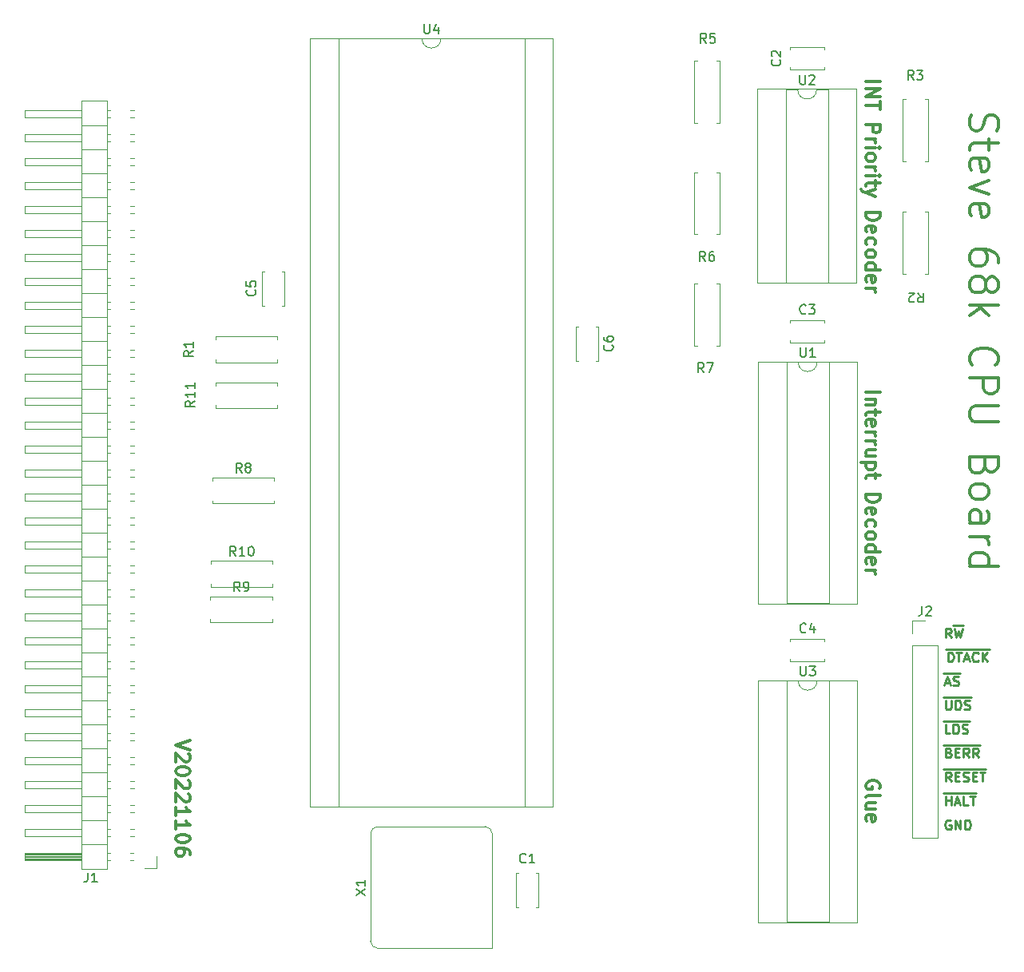
<source format=gto>
G04 #@! TF.GenerationSoftware,KiCad,Pcbnew,(6.0.2)*
G04 #@! TF.CreationDate,2022-11-06T15:06:24-08:00*
G04 #@! TF.ProjectId,CPU Board,43505520-426f-4617-9264-2e6b69636164,1.0*
G04 #@! TF.SameCoordinates,Original*
G04 #@! TF.FileFunction,Legend,Top*
G04 #@! TF.FilePolarity,Positive*
%FSLAX46Y46*%
G04 Gerber Fmt 4.6, Leading zero omitted, Abs format (unit mm)*
G04 Created by KiCad (PCBNEW (6.0.2)) date 2022-11-06 15:06:24*
%MOMM*%
%LPD*%
G01*
G04 APERTURE LIST*
%ADD10C,0.250000*%
%ADD11C,0.300000*%
%ADD12C,0.150000*%
%ADD13C,0.120000*%
%ADD14O,1.700000X1.700000*%
%ADD15R,1.700000X1.700000*%
%ADD16C,3.200000*%
%ADD17C,1.600000*%
%ADD18O,1.600000X1.600000*%
%ADD19R,2.400000X1.600000*%
%ADD20O,2.400000X1.600000*%
%ADD21R,1.600000X1.600000*%
G04 APERTURE END LIST*
D10*
X188630404Y-132088000D02*
X188535166Y-132040380D01*
X188392309Y-132040380D01*
X188249452Y-132088000D01*
X188154214Y-132183238D01*
X188106595Y-132278476D01*
X188058976Y-132468952D01*
X188058976Y-132611809D01*
X188106595Y-132802285D01*
X188154214Y-132897523D01*
X188249452Y-132992761D01*
X188392309Y-133040380D01*
X188487547Y-133040380D01*
X188630404Y-132992761D01*
X188678023Y-132945142D01*
X188678023Y-132611809D01*
X188487547Y-132611809D01*
X189106595Y-133040380D02*
X189106595Y-132040380D01*
X189678023Y-133040380D01*
X189678023Y-132040380D01*
X190154214Y-133040380D02*
X190154214Y-132040380D01*
X190392309Y-132040380D01*
X190535166Y-132088000D01*
X190630404Y-132183238D01*
X190678023Y-132278476D01*
X190725642Y-132468952D01*
X190725642Y-132611809D01*
X190678023Y-132802285D01*
X190630404Y-132897523D01*
X190535166Y-132992761D01*
X190392309Y-133040380D01*
X190154214Y-133040380D01*
X187868500Y-129218000D02*
X188916119Y-129218000D01*
X188106595Y-130500380D02*
X188106595Y-129500380D01*
X188106595Y-129976571D02*
X188678023Y-129976571D01*
X188678023Y-130500380D02*
X188678023Y-129500380D01*
X188916119Y-129218000D02*
X189773261Y-129218000D01*
X189106595Y-130214666D02*
X189582785Y-130214666D01*
X189011357Y-130500380D02*
X189344690Y-129500380D01*
X189678023Y-130500380D01*
X189773261Y-129218000D02*
X190582785Y-129218000D01*
X190487547Y-130500380D02*
X190011357Y-130500380D01*
X190011357Y-129500380D01*
X190582785Y-129218000D02*
X191344690Y-129218000D01*
X190678023Y-129500380D02*
X191249452Y-129500380D01*
X190963738Y-130500380D02*
X190963738Y-129500380D01*
X187868500Y-126678000D02*
X188868500Y-126678000D01*
X188678023Y-127960380D02*
X188344690Y-127484190D01*
X188106595Y-127960380D02*
X188106595Y-126960380D01*
X188487547Y-126960380D01*
X188582785Y-127008000D01*
X188630404Y-127055619D01*
X188678023Y-127150857D01*
X188678023Y-127293714D01*
X188630404Y-127388952D01*
X188582785Y-127436571D01*
X188487547Y-127484190D01*
X188106595Y-127484190D01*
X188868500Y-126678000D02*
X189773261Y-126678000D01*
X189106595Y-127436571D02*
X189439928Y-127436571D01*
X189582785Y-127960380D02*
X189106595Y-127960380D01*
X189106595Y-126960380D01*
X189582785Y-126960380D01*
X189773261Y-126678000D02*
X190725642Y-126678000D01*
X189963738Y-127912761D02*
X190106595Y-127960380D01*
X190344690Y-127960380D01*
X190439928Y-127912761D01*
X190487547Y-127865142D01*
X190535166Y-127769904D01*
X190535166Y-127674666D01*
X190487547Y-127579428D01*
X190439928Y-127531809D01*
X190344690Y-127484190D01*
X190154214Y-127436571D01*
X190058976Y-127388952D01*
X190011357Y-127341333D01*
X189963738Y-127246095D01*
X189963738Y-127150857D01*
X190011357Y-127055619D01*
X190058976Y-127008000D01*
X190154214Y-126960380D01*
X190392309Y-126960380D01*
X190535166Y-127008000D01*
X190725642Y-126678000D02*
X191630404Y-126678000D01*
X190963738Y-127436571D02*
X191297071Y-127436571D01*
X191439928Y-127960380D02*
X190963738Y-127960380D01*
X190963738Y-126960380D01*
X191439928Y-126960380D01*
X191630404Y-126678000D02*
X192392309Y-126678000D01*
X191725642Y-126960380D02*
X192297071Y-126960380D01*
X192011357Y-127960380D02*
X192011357Y-126960380D01*
X187868500Y-124138000D02*
X188868500Y-124138000D01*
X188439928Y-124896571D02*
X188582785Y-124944190D01*
X188630404Y-124991809D01*
X188678023Y-125087047D01*
X188678023Y-125229904D01*
X188630404Y-125325142D01*
X188582785Y-125372761D01*
X188487547Y-125420380D01*
X188106595Y-125420380D01*
X188106595Y-124420380D01*
X188439928Y-124420380D01*
X188535166Y-124468000D01*
X188582785Y-124515619D01*
X188630404Y-124610857D01*
X188630404Y-124706095D01*
X188582785Y-124801333D01*
X188535166Y-124848952D01*
X188439928Y-124896571D01*
X188106595Y-124896571D01*
X188868500Y-124138000D02*
X189773261Y-124138000D01*
X189106595Y-124896571D02*
X189439928Y-124896571D01*
X189582785Y-125420380D02*
X189106595Y-125420380D01*
X189106595Y-124420380D01*
X189582785Y-124420380D01*
X189773261Y-124138000D02*
X190773261Y-124138000D01*
X190582785Y-125420380D02*
X190249452Y-124944190D01*
X190011357Y-125420380D02*
X190011357Y-124420380D01*
X190392309Y-124420380D01*
X190487547Y-124468000D01*
X190535166Y-124515619D01*
X190582785Y-124610857D01*
X190582785Y-124753714D01*
X190535166Y-124848952D01*
X190487547Y-124896571D01*
X190392309Y-124944190D01*
X190011357Y-124944190D01*
X190773261Y-124138000D02*
X191773261Y-124138000D01*
X191582785Y-125420380D02*
X191249452Y-124944190D01*
X191011357Y-125420380D02*
X191011357Y-124420380D01*
X191392309Y-124420380D01*
X191487547Y-124468000D01*
X191535166Y-124515619D01*
X191582785Y-124610857D01*
X191582785Y-124753714D01*
X191535166Y-124848952D01*
X191487547Y-124896571D01*
X191392309Y-124944190D01*
X191011357Y-124944190D01*
X187868500Y-121598000D02*
X188678023Y-121598000D01*
X188582785Y-122880380D02*
X188106595Y-122880380D01*
X188106595Y-121880380D01*
X188678023Y-121598000D02*
X189678023Y-121598000D01*
X188916119Y-122880380D02*
X188916119Y-121880380D01*
X189154214Y-121880380D01*
X189297071Y-121928000D01*
X189392309Y-122023238D01*
X189439928Y-122118476D01*
X189487547Y-122308952D01*
X189487547Y-122451809D01*
X189439928Y-122642285D01*
X189392309Y-122737523D01*
X189297071Y-122832761D01*
X189154214Y-122880380D01*
X188916119Y-122880380D01*
X189678023Y-121598000D02*
X190630404Y-121598000D01*
X189868500Y-122832761D02*
X190011357Y-122880380D01*
X190249452Y-122880380D01*
X190344690Y-122832761D01*
X190392309Y-122785142D01*
X190439928Y-122689904D01*
X190439928Y-122594666D01*
X190392309Y-122499428D01*
X190344690Y-122451809D01*
X190249452Y-122404190D01*
X190058976Y-122356571D01*
X189963738Y-122308952D01*
X189916119Y-122261333D01*
X189868500Y-122166095D01*
X189868500Y-122070857D01*
X189916119Y-121975619D01*
X189963738Y-121928000D01*
X190058976Y-121880380D01*
X190297071Y-121880380D01*
X190439928Y-121928000D01*
X187868500Y-119058000D02*
X188916119Y-119058000D01*
X188106595Y-119340380D02*
X188106595Y-120149904D01*
X188154214Y-120245142D01*
X188201833Y-120292761D01*
X188297071Y-120340380D01*
X188487547Y-120340380D01*
X188582785Y-120292761D01*
X188630404Y-120245142D01*
X188678023Y-120149904D01*
X188678023Y-119340380D01*
X188916119Y-119058000D02*
X189916119Y-119058000D01*
X189154214Y-120340380D02*
X189154214Y-119340380D01*
X189392309Y-119340380D01*
X189535166Y-119388000D01*
X189630404Y-119483238D01*
X189678023Y-119578476D01*
X189725642Y-119768952D01*
X189725642Y-119911809D01*
X189678023Y-120102285D01*
X189630404Y-120197523D01*
X189535166Y-120292761D01*
X189392309Y-120340380D01*
X189154214Y-120340380D01*
X189916119Y-119058000D02*
X190868500Y-119058000D01*
X190106595Y-120292761D02*
X190249452Y-120340380D01*
X190487547Y-120340380D01*
X190582785Y-120292761D01*
X190630404Y-120245142D01*
X190678023Y-120149904D01*
X190678023Y-120054666D01*
X190630404Y-119959428D01*
X190582785Y-119911809D01*
X190487547Y-119864190D01*
X190297071Y-119816571D01*
X190201833Y-119768952D01*
X190154214Y-119721333D01*
X190106595Y-119626095D01*
X190106595Y-119530857D01*
X190154214Y-119435619D01*
X190201833Y-119388000D01*
X190297071Y-119340380D01*
X190535166Y-119340380D01*
X190678023Y-119388000D01*
X187868500Y-116518000D02*
X188725642Y-116518000D01*
X188058976Y-117514666D02*
X188535166Y-117514666D01*
X187963738Y-117800380D02*
X188297071Y-116800380D01*
X188630404Y-117800380D01*
X188725642Y-116518000D02*
X189678023Y-116518000D01*
X188916119Y-117752761D02*
X189058976Y-117800380D01*
X189297071Y-117800380D01*
X189392309Y-117752761D01*
X189439928Y-117705142D01*
X189487547Y-117609904D01*
X189487547Y-117514666D01*
X189439928Y-117419428D01*
X189392309Y-117371809D01*
X189297071Y-117324190D01*
X189106595Y-117276571D01*
X189011357Y-117228952D01*
X188963738Y-117181333D01*
X188916119Y-117086095D01*
X188916119Y-116990857D01*
X188963738Y-116895619D01*
X189011357Y-116848000D01*
X189106595Y-116800380D01*
X189344690Y-116800380D01*
X189487547Y-116848000D01*
X188122500Y-113978000D02*
X189122500Y-113978000D01*
X188360595Y-115260380D02*
X188360595Y-114260380D01*
X188598690Y-114260380D01*
X188741547Y-114308000D01*
X188836785Y-114403238D01*
X188884404Y-114498476D01*
X188932023Y-114688952D01*
X188932023Y-114831809D01*
X188884404Y-115022285D01*
X188836785Y-115117523D01*
X188741547Y-115212761D01*
X188598690Y-115260380D01*
X188360595Y-115260380D01*
X189122500Y-113978000D02*
X189884404Y-113978000D01*
X189217738Y-114260380D02*
X189789166Y-114260380D01*
X189503452Y-115260380D02*
X189503452Y-114260380D01*
X189884404Y-113978000D02*
X190741547Y-113978000D01*
X190074880Y-114974666D02*
X190551071Y-114974666D01*
X189979642Y-115260380D02*
X190312976Y-114260380D01*
X190646309Y-115260380D01*
X190741547Y-113978000D02*
X191741547Y-113978000D01*
X191551071Y-115165142D02*
X191503452Y-115212761D01*
X191360595Y-115260380D01*
X191265357Y-115260380D01*
X191122500Y-115212761D01*
X191027261Y-115117523D01*
X190979642Y-115022285D01*
X190932023Y-114831809D01*
X190932023Y-114688952D01*
X190979642Y-114498476D01*
X191027261Y-114403238D01*
X191122500Y-114308000D01*
X191265357Y-114260380D01*
X191360595Y-114260380D01*
X191503452Y-114308000D01*
X191551071Y-114355619D01*
X191741547Y-113978000D02*
X192741547Y-113978000D01*
X191979642Y-115260380D02*
X191979642Y-114260380D01*
X192551071Y-115260380D02*
X192122500Y-114688952D01*
X192551071Y-114260380D02*
X191979642Y-114831809D01*
X188678023Y-112720380D02*
X188344690Y-112244190D01*
X188106595Y-112720380D02*
X188106595Y-111720380D01*
X188487547Y-111720380D01*
X188582785Y-111768000D01*
X188630404Y-111815619D01*
X188678023Y-111910857D01*
X188678023Y-112053714D01*
X188630404Y-112148952D01*
X188582785Y-112196571D01*
X188487547Y-112244190D01*
X188106595Y-112244190D01*
X188868500Y-111438000D02*
X190011357Y-111438000D01*
X189011357Y-111720380D02*
X189249452Y-112720380D01*
X189439928Y-112006095D01*
X189630404Y-112720380D01*
X189868500Y-111720380D01*
D11*
X108009428Y-123579714D02*
X106509428Y-124079714D01*
X108009428Y-124579714D01*
X107866571Y-125008285D02*
X107938000Y-125079714D01*
X108009428Y-125222571D01*
X108009428Y-125579714D01*
X107938000Y-125722571D01*
X107866571Y-125794000D01*
X107723714Y-125865428D01*
X107580857Y-125865428D01*
X107366571Y-125794000D01*
X106509428Y-124936857D01*
X106509428Y-125865428D01*
X108009428Y-126794000D02*
X108009428Y-126936857D01*
X107938000Y-127079714D01*
X107866571Y-127151142D01*
X107723714Y-127222571D01*
X107438000Y-127294000D01*
X107080857Y-127294000D01*
X106795142Y-127222571D01*
X106652285Y-127151142D01*
X106580857Y-127079714D01*
X106509428Y-126936857D01*
X106509428Y-126794000D01*
X106580857Y-126651142D01*
X106652285Y-126579714D01*
X106795142Y-126508285D01*
X107080857Y-126436857D01*
X107438000Y-126436857D01*
X107723714Y-126508285D01*
X107866571Y-126579714D01*
X107938000Y-126651142D01*
X108009428Y-126794000D01*
X107866571Y-127865428D02*
X107938000Y-127936857D01*
X108009428Y-128079714D01*
X108009428Y-128436857D01*
X107938000Y-128579714D01*
X107866571Y-128651142D01*
X107723714Y-128722571D01*
X107580857Y-128722571D01*
X107366571Y-128651142D01*
X106509428Y-127794000D01*
X106509428Y-128722571D01*
X107866571Y-129294000D02*
X107938000Y-129365428D01*
X108009428Y-129508285D01*
X108009428Y-129865428D01*
X107938000Y-130008285D01*
X107866571Y-130079714D01*
X107723714Y-130151142D01*
X107580857Y-130151142D01*
X107366571Y-130079714D01*
X106509428Y-129222571D01*
X106509428Y-130151142D01*
X106509428Y-131579714D02*
X106509428Y-130722571D01*
X106509428Y-131151142D02*
X108009428Y-131151142D01*
X107795142Y-131008285D01*
X107652285Y-130865428D01*
X107580857Y-130722571D01*
X106509428Y-133008285D02*
X106509428Y-132151142D01*
X106509428Y-132579714D02*
X108009428Y-132579714D01*
X107795142Y-132436857D01*
X107652285Y-132294000D01*
X107580857Y-132151142D01*
X108009428Y-133936857D02*
X108009428Y-134079714D01*
X107938000Y-134222571D01*
X107866571Y-134294000D01*
X107723714Y-134365428D01*
X107438000Y-134436857D01*
X107080857Y-134436857D01*
X106795142Y-134365428D01*
X106652285Y-134294000D01*
X106580857Y-134222571D01*
X106509428Y-134079714D01*
X106509428Y-133936857D01*
X106580857Y-133794000D01*
X106652285Y-133722571D01*
X106795142Y-133651142D01*
X107080857Y-133579714D01*
X107438000Y-133579714D01*
X107723714Y-133651142D01*
X107866571Y-133722571D01*
X107938000Y-133794000D01*
X108009428Y-133936857D01*
X108009428Y-135722571D02*
X108009428Y-135436857D01*
X107938000Y-135294000D01*
X107866571Y-135222571D01*
X107652285Y-135079714D01*
X107366571Y-135008285D01*
X106795142Y-135008285D01*
X106652285Y-135079714D01*
X106580857Y-135151142D01*
X106509428Y-135294000D01*
X106509428Y-135579714D01*
X106580857Y-135722571D01*
X106652285Y-135794000D01*
X106795142Y-135865428D01*
X107152285Y-135865428D01*
X107295142Y-135794000D01*
X107366571Y-135722571D01*
X107438000Y-135579714D01*
X107438000Y-135294000D01*
X107366571Y-135151142D01*
X107295142Y-135079714D01*
X107152285Y-135008285D01*
X179661428Y-86725285D02*
X181161428Y-86725285D01*
X180661428Y-87439571D02*
X179661428Y-87439571D01*
X180518571Y-87439571D02*
X180590000Y-87511000D01*
X180661428Y-87653857D01*
X180661428Y-87868142D01*
X180590000Y-88011000D01*
X180447142Y-88082428D01*
X179661428Y-88082428D01*
X180661428Y-88582428D02*
X180661428Y-89153857D01*
X181161428Y-88796714D02*
X179875714Y-88796714D01*
X179732857Y-88868142D01*
X179661428Y-89011000D01*
X179661428Y-89153857D01*
X179732857Y-90225285D02*
X179661428Y-90082428D01*
X179661428Y-89796714D01*
X179732857Y-89653857D01*
X179875714Y-89582428D01*
X180447142Y-89582428D01*
X180590000Y-89653857D01*
X180661428Y-89796714D01*
X180661428Y-90082428D01*
X180590000Y-90225285D01*
X180447142Y-90296714D01*
X180304285Y-90296714D01*
X180161428Y-89582428D01*
X179661428Y-90939571D02*
X180661428Y-90939571D01*
X180375714Y-90939571D02*
X180518571Y-91011000D01*
X180590000Y-91082428D01*
X180661428Y-91225285D01*
X180661428Y-91368142D01*
X179661428Y-91868142D02*
X180661428Y-91868142D01*
X180375714Y-91868142D02*
X180518571Y-91939571D01*
X180590000Y-92011000D01*
X180661428Y-92153857D01*
X180661428Y-92296714D01*
X180661428Y-93439571D02*
X179661428Y-93439571D01*
X180661428Y-92796714D02*
X179875714Y-92796714D01*
X179732857Y-92868142D01*
X179661428Y-93011000D01*
X179661428Y-93225285D01*
X179732857Y-93368142D01*
X179804285Y-93439571D01*
X180661428Y-94153857D02*
X179161428Y-94153857D01*
X180590000Y-94153857D02*
X180661428Y-94296714D01*
X180661428Y-94582428D01*
X180590000Y-94725285D01*
X180518571Y-94796714D01*
X180375714Y-94868142D01*
X179947142Y-94868142D01*
X179804285Y-94796714D01*
X179732857Y-94725285D01*
X179661428Y-94582428D01*
X179661428Y-94296714D01*
X179732857Y-94153857D01*
X180661428Y-95296714D02*
X180661428Y-95868142D01*
X181161428Y-95511000D02*
X179875714Y-95511000D01*
X179732857Y-95582428D01*
X179661428Y-95725285D01*
X179661428Y-95868142D01*
X179661428Y-97511000D02*
X181161428Y-97511000D01*
X181161428Y-97868142D01*
X181090000Y-98082428D01*
X180947142Y-98225285D01*
X180804285Y-98296714D01*
X180518571Y-98368142D01*
X180304285Y-98368142D01*
X180018571Y-98296714D01*
X179875714Y-98225285D01*
X179732857Y-98082428D01*
X179661428Y-97868142D01*
X179661428Y-97511000D01*
X179732857Y-99582428D02*
X179661428Y-99439571D01*
X179661428Y-99153857D01*
X179732857Y-99011000D01*
X179875714Y-98939571D01*
X180447142Y-98939571D01*
X180590000Y-99011000D01*
X180661428Y-99153857D01*
X180661428Y-99439571D01*
X180590000Y-99582428D01*
X180447142Y-99653857D01*
X180304285Y-99653857D01*
X180161428Y-98939571D01*
X179732857Y-100939571D02*
X179661428Y-100796714D01*
X179661428Y-100511000D01*
X179732857Y-100368142D01*
X179804285Y-100296714D01*
X179947142Y-100225285D01*
X180375714Y-100225285D01*
X180518571Y-100296714D01*
X180590000Y-100368142D01*
X180661428Y-100511000D01*
X180661428Y-100796714D01*
X180590000Y-100939571D01*
X179661428Y-101796714D02*
X179732857Y-101653857D01*
X179804285Y-101582428D01*
X179947142Y-101511000D01*
X180375714Y-101511000D01*
X180518571Y-101582428D01*
X180590000Y-101653857D01*
X180661428Y-101796714D01*
X180661428Y-102011000D01*
X180590000Y-102153857D01*
X180518571Y-102225285D01*
X180375714Y-102296714D01*
X179947142Y-102296714D01*
X179804285Y-102225285D01*
X179732857Y-102153857D01*
X179661428Y-102011000D01*
X179661428Y-101796714D01*
X179661428Y-103582428D02*
X181161428Y-103582428D01*
X179732857Y-103582428D02*
X179661428Y-103439571D01*
X179661428Y-103153857D01*
X179732857Y-103011000D01*
X179804285Y-102939571D01*
X179947142Y-102868142D01*
X180375714Y-102868142D01*
X180518571Y-102939571D01*
X180590000Y-103011000D01*
X180661428Y-103153857D01*
X180661428Y-103439571D01*
X180590000Y-103582428D01*
X179732857Y-104868142D02*
X179661428Y-104725285D01*
X179661428Y-104439571D01*
X179732857Y-104296714D01*
X179875714Y-104225285D01*
X180447142Y-104225285D01*
X180590000Y-104296714D01*
X180661428Y-104439571D01*
X180661428Y-104725285D01*
X180590000Y-104868142D01*
X180447142Y-104939571D01*
X180304285Y-104939571D01*
X180161428Y-104225285D01*
X179661428Y-105582428D02*
X180661428Y-105582428D01*
X180375714Y-105582428D02*
X180518571Y-105653857D01*
X180590000Y-105725285D01*
X180661428Y-105868142D01*
X180661428Y-106011000D01*
X181090000Y-128721571D02*
X181161428Y-128578714D01*
X181161428Y-128364428D01*
X181090000Y-128150142D01*
X180947142Y-128007285D01*
X180804285Y-127935857D01*
X180518571Y-127864428D01*
X180304285Y-127864428D01*
X180018571Y-127935857D01*
X179875714Y-128007285D01*
X179732857Y-128150142D01*
X179661428Y-128364428D01*
X179661428Y-128507285D01*
X179732857Y-128721571D01*
X179804285Y-128793000D01*
X180304285Y-128793000D01*
X180304285Y-128507285D01*
X179661428Y-129650142D02*
X179732857Y-129507285D01*
X179875714Y-129435857D01*
X181161428Y-129435857D01*
X180661428Y-130864428D02*
X179661428Y-130864428D01*
X180661428Y-130221571D02*
X179875714Y-130221571D01*
X179732857Y-130293000D01*
X179661428Y-130435857D01*
X179661428Y-130650142D01*
X179732857Y-130793000D01*
X179804285Y-130864428D01*
X179732857Y-132150142D02*
X179661428Y-132007285D01*
X179661428Y-131721571D01*
X179732857Y-131578714D01*
X179875714Y-131507285D01*
X180447142Y-131507285D01*
X180590000Y-131578714D01*
X180661428Y-131721571D01*
X180661428Y-132007285D01*
X180590000Y-132150142D01*
X180447142Y-132221571D01*
X180304285Y-132221571D01*
X180161428Y-131507285D01*
X179661428Y-53768571D02*
X181161428Y-53768571D01*
X179661428Y-54482857D02*
X181161428Y-54482857D01*
X179661428Y-55340000D01*
X181161428Y-55340000D01*
X181161428Y-55840000D02*
X181161428Y-56697142D01*
X179661428Y-56268571D02*
X181161428Y-56268571D01*
X179661428Y-58340000D02*
X181161428Y-58340000D01*
X181161428Y-58911428D01*
X181090000Y-59054285D01*
X181018571Y-59125714D01*
X180875714Y-59197142D01*
X180661428Y-59197142D01*
X180518571Y-59125714D01*
X180447142Y-59054285D01*
X180375714Y-58911428D01*
X180375714Y-58340000D01*
X179661428Y-59840000D02*
X180661428Y-59840000D01*
X180375714Y-59840000D02*
X180518571Y-59911428D01*
X180590000Y-59982857D01*
X180661428Y-60125714D01*
X180661428Y-60268571D01*
X179661428Y-60768571D02*
X180661428Y-60768571D01*
X181161428Y-60768571D02*
X181090000Y-60697142D01*
X181018571Y-60768571D01*
X181090000Y-60840000D01*
X181161428Y-60768571D01*
X181018571Y-60768571D01*
X179661428Y-61697142D02*
X179732857Y-61554285D01*
X179804285Y-61482857D01*
X179947142Y-61411428D01*
X180375714Y-61411428D01*
X180518571Y-61482857D01*
X180590000Y-61554285D01*
X180661428Y-61697142D01*
X180661428Y-61911428D01*
X180590000Y-62054285D01*
X180518571Y-62125714D01*
X180375714Y-62197142D01*
X179947142Y-62197142D01*
X179804285Y-62125714D01*
X179732857Y-62054285D01*
X179661428Y-61911428D01*
X179661428Y-61697142D01*
X179661428Y-62840000D02*
X180661428Y-62840000D01*
X180375714Y-62840000D02*
X180518571Y-62911428D01*
X180590000Y-62982857D01*
X180661428Y-63125714D01*
X180661428Y-63268571D01*
X179661428Y-63768571D02*
X180661428Y-63768571D01*
X181161428Y-63768571D02*
X181090000Y-63697142D01*
X181018571Y-63768571D01*
X181090000Y-63840000D01*
X181161428Y-63768571D01*
X181018571Y-63768571D01*
X180661428Y-64268571D02*
X180661428Y-64840000D01*
X181161428Y-64482857D02*
X179875714Y-64482857D01*
X179732857Y-64554285D01*
X179661428Y-64697142D01*
X179661428Y-64840000D01*
X180661428Y-65197142D02*
X179661428Y-65554285D01*
X180661428Y-65911428D02*
X179661428Y-65554285D01*
X179304285Y-65411428D01*
X179232857Y-65340000D01*
X179161428Y-65197142D01*
X179661428Y-67625714D02*
X181161428Y-67625714D01*
X181161428Y-67982857D01*
X181090000Y-68197142D01*
X180947142Y-68340000D01*
X180804285Y-68411428D01*
X180518571Y-68482857D01*
X180304285Y-68482857D01*
X180018571Y-68411428D01*
X179875714Y-68340000D01*
X179732857Y-68197142D01*
X179661428Y-67982857D01*
X179661428Y-67625714D01*
X179732857Y-69697142D02*
X179661428Y-69554285D01*
X179661428Y-69268571D01*
X179732857Y-69125714D01*
X179875714Y-69054285D01*
X180447142Y-69054285D01*
X180590000Y-69125714D01*
X180661428Y-69268571D01*
X180661428Y-69554285D01*
X180590000Y-69697142D01*
X180447142Y-69768571D01*
X180304285Y-69768571D01*
X180161428Y-69054285D01*
X179732857Y-71054285D02*
X179661428Y-70911428D01*
X179661428Y-70625714D01*
X179732857Y-70482857D01*
X179804285Y-70411428D01*
X179947142Y-70340000D01*
X180375714Y-70340000D01*
X180518571Y-70411428D01*
X180590000Y-70482857D01*
X180661428Y-70625714D01*
X180661428Y-70911428D01*
X180590000Y-71054285D01*
X179661428Y-71911428D02*
X179732857Y-71768571D01*
X179804285Y-71697142D01*
X179947142Y-71625714D01*
X180375714Y-71625714D01*
X180518571Y-71697142D01*
X180590000Y-71768571D01*
X180661428Y-71911428D01*
X180661428Y-72125714D01*
X180590000Y-72268571D01*
X180518571Y-72340000D01*
X180375714Y-72411428D01*
X179947142Y-72411428D01*
X179804285Y-72340000D01*
X179732857Y-72268571D01*
X179661428Y-72125714D01*
X179661428Y-71911428D01*
X179661428Y-73697142D02*
X181161428Y-73697142D01*
X179732857Y-73697142D02*
X179661428Y-73554285D01*
X179661428Y-73268571D01*
X179732857Y-73125714D01*
X179804285Y-73054285D01*
X179947142Y-72982857D01*
X180375714Y-72982857D01*
X180518571Y-73054285D01*
X180590000Y-73125714D01*
X180661428Y-73268571D01*
X180661428Y-73554285D01*
X180590000Y-73697142D01*
X179732857Y-74982857D02*
X179661428Y-74840000D01*
X179661428Y-74554285D01*
X179732857Y-74411428D01*
X179875714Y-74340000D01*
X180447142Y-74340000D01*
X180590000Y-74411428D01*
X180661428Y-74554285D01*
X180661428Y-74840000D01*
X180590000Y-74982857D01*
X180447142Y-75054285D01*
X180304285Y-75054285D01*
X180161428Y-74340000D01*
X179661428Y-75697142D02*
X180661428Y-75697142D01*
X180375714Y-75697142D02*
X180518571Y-75768571D01*
X180590000Y-75840000D01*
X180661428Y-75982857D01*
X180661428Y-76125714D01*
X190809714Y-57280000D02*
X190666857Y-57708571D01*
X190666857Y-58422857D01*
X190809714Y-58708571D01*
X190952571Y-58851428D01*
X191238285Y-58994285D01*
X191524000Y-58994285D01*
X191809714Y-58851428D01*
X191952571Y-58708571D01*
X192095428Y-58422857D01*
X192238285Y-57851428D01*
X192381142Y-57565714D01*
X192524000Y-57422857D01*
X192809714Y-57280000D01*
X193095428Y-57280000D01*
X193381142Y-57422857D01*
X193524000Y-57565714D01*
X193666857Y-57851428D01*
X193666857Y-58565714D01*
X193524000Y-58994285D01*
X192666857Y-59851428D02*
X192666857Y-60994285D01*
X193666857Y-60280000D02*
X191095428Y-60280000D01*
X190809714Y-60422857D01*
X190666857Y-60708571D01*
X190666857Y-60994285D01*
X190809714Y-63137142D02*
X190666857Y-62851428D01*
X190666857Y-62280000D01*
X190809714Y-61994285D01*
X191095428Y-61851428D01*
X192238285Y-61851428D01*
X192524000Y-61994285D01*
X192666857Y-62280000D01*
X192666857Y-62851428D01*
X192524000Y-63137142D01*
X192238285Y-63280000D01*
X191952571Y-63280000D01*
X191666857Y-61851428D01*
X192666857Y-64280000D02*
X190666857Y-64994285D01*
X192666857Y-65708571D01*
X190809714Y-67994285D02*
X190666857Y-67708571D01*
X190666857Y-67137142D01*
X190809714Y-66851428D01*
X191095428Y-66708571D01*
X192238285Y-66708571D01*
X192524000Y-66851428D01*
X192666857Y-67137142D01*
X192666857Y-67708571D01*
X192524000Y-67994285D01*
X192238285Y-68137142D01*
X191952571Y-68137142D01*
X191666857Y-66708571D01*
X193666857Y-72994285D02*
X193666857Y-72422857D01*
X193524000Y-72137142D01*
X193381142Y-71994285D01*
X192952571Y-71708571D01*
X192381142Y-71565714D01*
X191238285Y-71565714D01*
X190952571Y-71708571D01*
X190809714Y-71851428D01*
X190666857Y-72137142D01*
X190666857Y-72708571D01*
X190809714Y-72994285D01*
X190952571Y-73137142D01*
X191238285Y-73280000D01*
X191952571Y-73280000D01*
X192238285Y-73137142D01*
X192381142Y-72994285D01*
X192524000Y-72708571D01*
X192524000Y-72137142D01*
X192381142Y-71851428D01*
X192238285Y-71708571D01*
X191952571Y-71565714D01*
X192381142Y-74994285D02*
X192524000Y-74708571D01*
X192666857Y-74565714D01*
X192952571Y-74422857D01*
X193095428Y-74422857D01*
X193381142Y-74565714D01*
X193524000Y-74708571D01*
X193666857Y-74994285D01*
X193666857Y-75565714D01*
X193524000Y-75851428D01*
X193381142Y-75994285D01*
X193095428Y-76137142D01*
X192952571Y-76137142D01*
X192666857Y-75994285D01*
X192524000Y-75851428D01*
X192381142Y-75565714D01*
X192381142Y-74994285D01*
X192238285Y-74708571D01*
X192095428Y-74565714D01*
X191809714Y-74422857D01*
X191238285Y-74422857D01*
X190952571Y-74565714D01*
X190809714Y-74708571D01*
X190666857Y-74994285D01*
X190666857Y-75565714D01*
X190809714Y-75851428D01*
X190952571Y-75994285D01*
X191238285Y-76137142D01*
X191809714Y-76137142D01*
X192095428Y-75994285D01*
X192238285Y-75851428D01*
X192381142Y-75565714D01*
X190666857Y-77422857D02*
X193666857Y-77422857D01*
X191809714Y-77708571D02*
X190666857Y-78565714D01*
X192666857Y-78565714D02*
X191524000Y-77422857D01*
X190952571Y-83851428D02*
X190809714Y-83708571D01*
X190666857Y-83280000D01*
X190666857Y-82994285D01*
X190809714Y-82565714D01*
X191095428Y-82280000D01*
X191381142Y-82137142D01*
X191952571Y-81994285D01*
X192381142Y-81994285D01*
X192952571Y-82137142D01*
X193238285Y-82280000D01*
X193524000Y-82565714D01*
X193666857Y-82994285D01*
X193666857Y-83280000D01*
X193524000Y-83708571D01*
X193381142Y-83851428D01*
X190666857Y-85137142D02*
X193666857Y-85137142D01*
X193666857Y-86280000D01*
X193524000Y-86565714D01*
X193381142Y-86708571D01*
X193095428Y-86851428D01*
X192666857Y-86851428D01*
X192381142Y-86708571D01*
X192238285Y-86565714D01*
X192095428Y-86280000D01*
X192095428Y-85137142D01*
X193666857Y-88137142D02*
X191238285Y-88137142D01*
X190952571Y-88280000D01*
X190809714Y-88422857D01*
X190666857Y-88708571D01*
X190666857Y-89280000D01*
X190809714Y-89565714D01*
X190952571Y-89708571D01*
X191238285Y-89851428D01*
X193666857Y-89851428D01*
X192238285Y-94565714D02*
X192095428Y-94994285D01*
X191952571Y-95137142D01*
X191666857Y-95280000D01*
X191238285Y-95280000D01*
X190952571Y-95137142D01*
X190809714Y-94994285D01*
X190666857Y-94708571D01*
X190666857Y-93565714D01*
X193666857Y-93565714D01*
X193666857Y-94565714D01*
X193524000Y-94851428D01*
X193381142Y-94994285D01*
X193095428Y-95137142D01*
X192809714Y-95137142D01*
X192524000Y-94994285D01*
X192381142Y-94851428D01*
X192238285Y-94565714D01*
X192238285Y-93565714D01*
X190666857Y-96994285D02*
X190809714Y-96708571D01*
X190952571Y-96565714D01*
X191238285Y-96422857D01*
X192095428Y-96422857D01*
X192381142Y-96565714D01*
X192524000Y-96708571D01*
X192666857Y-96994285D01*
X192666857Y-97422857D01*
X192524000Y-97708571D01*
X192381142Y-97851428D01*
X192095428Y-97994285D01*
X191238285Y-97994285D01*
X190952571Y-97851428D01*
X190809714Y-97708571D01*
X190666857Y-97422857D01*
X190666857Y-96994285D01*
X190666857Y-100565714D02*
X192238285Y-100565714D01*
X192524000Y-100422857D01*
X192666857Y-100137142D01*
X192666857Y-99565714D01*
X192524000Y-99280000D01*
X190809714Y-100565714D02*
X190666857Y-100280000D01*
X190666857Y-99565714D01*
X190809714Y-99280000D01*
X191095428Y-99137142D01*
X191381142Y-99137142D01*
X191666857Y-99280000D01*
X191809714Y-99565714D01*
X191809714Y-100280000D01*
X191952571Y-100565714D01*
X190666857Y-101994285D02*
X192666857Y-101994285D01*
X192095428Y-101994285D02*
X192381142Y-102137142D01*
X192524000Y-102280000D01*
X192666857Y-102565714D01*
X192666857Y-102851428D01*
X190666857Y-105137142D02*
X193666857Y-105137142D01*
X190809714Y-105137142D02*
X190666857Y-104851428D01*
X190666857Y-104280000D01*
X190809714Y-103994285D01*
X190952571Y-103851428D01*
X191238285Y-103708571D01*
X192095428Y-103708571D01*
X192381142Y-103851428D01*
X192524000Y-103994285D01*
X192666857Y-104280000D01*
X192666857Y-104851428D01*
X192524000Y-105137142D01*
D12*
X185594666Y-109390380D02*
X185594666Y-110104666D01*
X185547047Y-110247523D01*
X185451809Y-110342761D01*
X185308952Y-110390380D01*
X185213714Y-110390380D01*
X186023238Y-109485619D02*
X186070857Y-109438000D01*
X186166095Y-109390380D01*
X186404190Y-109390380D01*
X186499428Y-109438000D01*
X186547047Y-109485619D01*
X186594666Y-109580857D01*
X186594666Y-109676095D01*
X186547047Y-109818952D01*
X185975619Y-110390380D01*
X186594666Y-110390380D01*
X108346380Y-82316666D02*
X107870190Y-82650000D01*
X108346380Y-82888095D02*
X107346380Y-82888095D01*
X107346380Y-82507142D01*
X107394000Y-82411904D01*
X107441619Y-82364285D01*
X107536857Y-82316666D01*
X107679714Y-82316666D01*
X107774952Y-82364285D01*
X107822571Y-82411904D01*
X107870190Y-82507142D01*
X107870190Y-82888095D01*
X108346380Y-81364285D02*
X108346380Y-81935714D01*
X108346380Y-81650000D02*
X107346380Y-81650000D01*
X107489238Y-81745238D01*
X107584476Y-81840476D01*
X107632095Y-81935714D01*
X173305333Y-112103142D02*
X173257714Y-112150761D01*
X173114857Y-112198380D01*
X173019619Y-112198380D01*
X172876761Y-112150761D01*
X172781523Y-112055523D01*
X172733904Y-111960285D01*
X172686285Y-111769809D01*
X172686285Y-111626952D01*
X172733904Y-111436476D01*
X172781523Y-111341238D01*
X172876761Y-111246000D01*
X173019619Y-111198380D01*
X173114857Y-111198380D01*
X173257714Y-111246000D01*
X173305333Y-111293619D01*
X174162476Y-111531714D02*
X174162476Y-112198380D01*
X173924380Y-111150761D02*
X173686285Y-111865047D01*
X174305333Y-111865047D01*
X172668095Y-53062380D02*
X172668095Y-53871904D01*
X172715714Y-53967142D01*
X172763333Y-54014761D01*
X172858571Y-54062380D01*
X173049047Y-54062380D01*
X173144285Y-54014761D01*
X173191904Y-53967142D01*
X173239523Y-53871904D01*
X173239523Y-53062380D01*
X173668095Y-53157619D02*
X173715714Y-53110000D01*
X173810952Y-53062380D01*
X174049047Y-53062380D01*
X174144285Y-53110000D01*
X174191904Y-53157619D01*
X174239523Y-53252857D01*
X174239523Y-53348095D01*
X174191904Y-53490952D01*
X173620476Y-54062380D01*
X174239523Y-54062380D01*
X108492380Y-87618857D02*
X108016190Y-87952190D01*
X108492380Y-88190285D02*
X107492380Y-88190285D01*
X107492380Y-87809333D01*
X107540000Y-87714095D01*
X107587619Y-87666476D01*
X107682857Y-87618857D01*
X107825714Y-87618857D01*
X107920952Y-87666476D01*
X107968571Y-87714095D01*
X108016190Y-87809333D01*
X108016190Y-88190285D01*
X108492380Y-86666476D02*
X108492380Y-87237904D01*
X108492380Y-86952190D02*
X107492380Y-86952190D01*
X107635238Y-87047428D01*
X107730476Y-87142666D01*
X107778095Y-87237904D01*
X108492380Y-85714095D02*
X108492380Y-86285523D01*
X108492380Y-85999809D02*
X107492380Y-85999809D01*
X107635238Y-86095047D01*
X107730476Y-86190285D01*
X107778095Y-86285523D01*
X125606380Y-140001523D02*
X126606380Y-139334857D01*
X125606380Y-139334857D02*
X126606380Y-140001523D01*
X126606380Y-138430095D02*
X126606380Y-139001523D01*
X126606380Y-138715809D02*
X125606380Y-138715809D01*
X125749238Y-138811047D01*
X125844476Y-138906285D01*
X125892095Y-139001523D01*
X173285333Y-78316142D02*
X173237714Y-78363761D01*
X173094857Y-78411380D01*
X172999619Y-78411380D01*
X172856761Y-78363761D01*
X172761523Y-78268523D01*
X172713904Y-78173285D01*
X172666285Y-77982809D01*
X172666285Y-77839952D01*
X172713904Y-77649476D01*
X172761523Y-77554238D01*
X172856761Y-77459000D01*
X172999619Y-77411380D01*
X173094857Y-77411380D01*
X173237714Y-77459000D01*
X173285333Y-77506619D01*
X173618666Y-77411380D02*
X174237714Y-77411380D01*
X173904380Y-77792333D01*
X174047238Y-77792333D01*
X174142476Y-77839952D01*
X174190095Y-77887571D01*
X174237714Y-77982809D01*
X174237714Y-78220904D01*
X174190095Y-78316142D01*
X174142476Y-78363761D01*
X174047238Y-78411380D01*
X173761523Y-78411380D01*
X173666285Y-78363761D01*
X173618666Y-78316142D01*
X113513333Y-95204380D02*
X113180000Y-94728190D01*
X112941904Y-95204380D02*
X112941904Y-94204380D01*
X113322857Y-94204380D01*
X113418095Y-94252000D01*
X113465714Y-94299619D01*
X113513333Y-94394857D01*
X113513333Y-94537714D01*
X113465714Y-94632952D01*
X113418095Y-94680571D01*
X113322857Y-94728190D01*
X112941904Y-94728190D01*
X114084761Y-94632952D02*
X113989523Y-94585333D01*
X113941904Y-94537714D01*
X113894285Y-94442476D01*
X113894285Y-94394857D01*
X113941904Y-94299619D01*
X113989523Y-94252000D01*
X114084761Y-94204380D01*
X114275238Y-94204380D01*
X114370476Y-94252000D01*
X114418095Y-94299619D01*
X114465714Y-94394857D01*
X114465714Y-94442476D01*
X114418095Y-94537714D01*
X114370476Y-94585333D01*
X114275238Y-94632952D01*
X114084761Y-94632952D01*
X113989523Y-94680571D01*
X113941904Y-94728190D01*
X113894285Y-94823428D01*
X113894285Y-95013904D01*
X113941904Y-95109142D01*
X113989523Y-95156761D01*
X114084761Y-95204380D01*
X114275238Y-95204380D01*
X114370476Y-95156761D01*
X114418095Y-95109142D01*
X114465714Y-95013904D01*
X114465714Y-94823428D01*
X114418095Y-94728190D01*
X114370476Y-94680571D01*
X114275238Y-94632952D01*
X97171666Y-137617380D02*
X97171666Y-138331666D01*
X97124047Y-138474523D01*
X97028809Y-138569761D01*
X96885952Y-138617380D01*
X96790714Y-138617380D01*
X98171666Y-138617380D02*
X97600238Y-138617380D01*
X97885952Y-138617380D02*
X97885952Y-137617380D01*
X97790714Y-137760238D01*
X97695476Y-137855476D01*
X97600238Y-137903095D01*
X185148666Y-76163619D02*
X185482000Y-76639809D01*
X185720095Y-76163619D02*
X185720095Y-77163619D01*
X185339142Y-77163619D01*
X185243904Y-77116000D01*
X185196285Y-77068380D01*
X185148666Y-76973142D01*
X185148666Y-76830285D01*
X185196285Y-76735047D01*
X185243904Y-76687428D01*
X185339142Y-76639809D01*
X185720095Y-76639809D01*
X184767714Y-77068380D02*
X184720095Y-77116000D01*
X184624857Y-77163619D01*
X184386761Y-77163619D01*
X184291523Y-77116000D01*
X184243904Y-77068380D01*
X184196285Y-76973142D01*
X184196285Y-76877904D01*
X184243904Y-76735047D01*
X184815333Y-76163619D01*
X184196285Y-76163619D01*
X170527142Y-51456666D02*
X170574761Y-51504285D01*
X170622380Y-51647142D01*
X170622380Y-51742380D01*
X170574761Y-51885238D01*
X170479523Y-51980476D01*
X170384285Y-52028095D01*
X170193809Y-52075714D01*
X170050952Y-52075714D01*
X169860476Y-52028095D01*
X169765238Y-51980476D01*
X169670000Y-51885238D01*
X169622380Y-51742380D01*
X169622380Y-51647142D01*
X169670000Y-51504285D01*
X169717619Y-51456666D01*
X169717619Y-51075714D02*
X169670000Y-51028095D01*
X169622380Y-50932857D01*
X169622380Y-50694761D01*
X169670000Y-50599523D01*
X169717619Y-50551904D01*
X169812857Y-50504285D01*
X169908095Y-50504285D01*
X170050952Y-50551904D01*
X170622380Y-51123333D01*
X170622380Y-50504285D01*
X172720095Y-81958380D02*
X172720095Y-82767904D01*
X172767714Y-82863142D01*
X172815333Y-82910761D01*
X172910571Y-82958380D01*
X173101047Y-82958380D01*
X173196285Y-82910761D01*
X173243904Y-82863142D01*
X173291523Y-82767904D01*
X173291523Y-81958380D01*
X174291523Y-82958380D02*
X173720095Y-82958380D01*
X174005809Y-82958380D02*
X174005809Y-81958380D01*
X173910571Y-82101238D01*
X173815333Y-82196476D01*
X173720095Y-82244095D01*
X162637333Y-72777380D02*
X162304000Y-72301190D01*
X162065904Y-72777380D02*
X162065904Y-71777380D01*
X162446857Y-71777380D01*
X162542095Y-71825000D01*
X162589714Y-71872619D01*
X162637333Y-71967857D01*
X162637333Y-72110714D01*
X162589714Y-72205952D01*
X162542095Y-72253571D01*
X162446857Y-72301190D01*
X162065904Y-72301190D01*
X163494476Y-71777380D02*
X163304000Y-71777380D01*
X163208761Y-71825000D01*
X163161142Y-71872619D01*
X163065904Y-72015476D01*
X163018285Y-72205952D01*
X163018285Y-72586904D01*
X163065904Y-72682142D01*
X163113523Y-72729761D01*
X163208761Y-72777380D01*
X163399238Y-72777380D01*
X163494476Y-72729761D01*
X163542095Y-72682142D01*
X163589714Y-72586904D01*
X163589714Y-72348809D01*
X163542095Y-72253571D01*
X163494476Y-72205952D01*
X163399238Y-72158333D01*
X163208761Y-72158333D01*
X163113523Y-72205952D01*
X163065904Y-72253571D01*
X163018285Y-72348809D01*
X162737333Y-49666380D02*
X162404000Y-49190190D01*
X162165904Y-49666380D02*
X162165904Y-48666380D01*
X162546857Y-48666380D01*
X162642095Y-48714000D01*
X162689714Y-48761619D01*
X162737333Y-48856857D01*
X162737333Y-48999714D01*
X162689714Y-49094952D01*
X162642095Y-49142571D01*
X162546857Y-49190190D01*
X162165904Y-49190190D01*
X163642095Y-48666380D02*
X163165904Y-48666380D01*
X163118285Y-49142571D01*
X163165904Y-49094952D01*
X163261142Y-49047333D01*
X163499238Y-49047333D01*
X163594476Y-49094952D01*
X163642095Y-49142571D01*
X163689714Y-49237809D01*
X163689714Y-49475904D01*
X163642095Y-49571142D01*
X163594476Y-49618761D01*
X163499238Y-49666380D01*
X163261142Y-49666380D01*
X163165904Y-49618761D01*
X163118285Y-49571142D01*
X172720095Y-115740380D02*
X172720095Y-116549904D01*
X172767714Y-116645142D01*
X172815333Y-116692761D01*
X172910571Y-116740380D01*
X173101047Y-116740380D01*
X173196285Y-116692761D01*
X173243904Y-116645142D01*
X173291523Y-116549904D01*
X173291523Y-115740380D01*
X173672476Y-115740380D02*
X174291523Y-115740380D01*
X173958190Y-116121333D01*
X174101047Y-116121333D01*
X174196285Y-116168952D01*
X174243904Y-116216571D01*
X174291523Y-116311809D01*
X174291523Y-116549904D01*
X174243904Y-116645142D01*
X174196285Y-116692761D01*
X174101047Y-116740380D01*
X173815333Y-116740380D01*
X173720095Y-116692761D01*
X173672476Y-116645142D01*
X152771142Y-81700666D02*
X152818761Y-81748285D01*
X152866380Y-81891142D01*
X152866380Y-81986380D01*
X152818761Y-82129238D01*
X152723523Y-82224476D01*
X152628285Y-82272095D01*
X152437809Y-82319714D01*
X152294952Y-82319714D01*
X152104476Y-82272095D01*
X152009238Y-82224476D01*
X151914000Y-82129238D01*
X151866380Y-81986380D01*
X151866380Y-81891142D01*
X151914000Y-81748285D01*
X151961619Y-81700666D01*
X151866380Y-80843523D02*
X151866380Y-81034000D01*
X151914000Y-81129238D01*
X151961619Y-81176857D01*
X152104476Y-81272095D01*
X152294952Y-81319714D01*
X152675904Y-81319714D01*
X152771142Y-81272095D01*
X152818761Y-81224476D01*
X152866380Y-81129238D01*
X152866380Y-80938761D01*
X152818761Y-80843523D01*
X152771142Y-80795904D01*
X152675904Y-80748285D01*
X152437809Y-80748285D01*
X152342571Y-80795904D01*
X152294952Y-80843523D01*
X152247333Y-80938761D01*
X152247333Y-81129238D01*
X152294952Y-81224476D01*
X152342571Y-81272095D01*
X152437809Y-81319714D01*
X113283333Y-107804380D02*
X112950000Y-107328190D01*
X112711904Y-107804380D02*
X112711904Y-106804380D01*
X113092857Y-106804380D01*
X113188095Y-106852000D01*
X113235714Y-106899619D01*
X113283333Y-106994857D01*
X113283333Y-107137714D01*
X113235714Y-107232952D01*
X113188095Y-107280571D01*
X113092857Y-107328190D01*
X112711904Y-107328190D01*
X113759523Y-107804380D02*
X113950000Y-107804380D01*
X114045238Y-107756761D01*
X114092857Y-107709142D01*
X114188095Y-107566285D01*
X114235714Y-107375809D01*
X114235714Y-106994857D01*
X114188095Y-106899619D01*
X114140476Y-106852000D01*
X114045238Y-106804380D01*
X113854761Y-106804380D01*
X113759523Y-106852000D01*
X113711904Y-106899619D01*
X113664285Y-106994857D01*
X113664285Y-107232952D01*
X113711904Y-107328190D01*
X113759523Y-107375809D01*
X113854761Y-107423428D01*
X114045238Y-107423428D01*
X114140476Y-107375809D01*
X114188095Y-107328190D01*
X114235714Y-107232952D01*
X143597333Y-136501142D02*
X143549714Y-136548761D01*
X143406857Y-136596380D01*
X143311619Y-136596380D01*
X143168761Y-136548761D01*
X143073523Y-136453523D01*
X143025904Y-136358285D01*
X142978285Y-136167809D01*
X142978285Y-136024952D01*
X143025904Y-135834476D01*
X143073523Y-135739238D01*
X143168761Y-135644000D01*
X143311619Y-135596380D01*
X143406857Y-135596380D01*
X143549714Y-135644000D01*
X143597333Y-135691619D01*
X144549714Y-136596380D02*
X143978285Y-136596380D01*
X144264000Y-136596380D02*
X144264000Y-135596380D01*
X144168761Y-135739238D01*
X144073523Y-135834476D01*
X143978285Y-135882095D01*
X112867142Y-104024380D02*
X112533809Y-103548190D01*
X112295714Y-104024380D02*
X112295714Y-103024380D01*
X112676666Y-103024380D01*
X112771904Y-103072000D01*
X112819523Y-103119619D01*
X112867142Y-103214857D01*
X112867142Y-103357714D01*
X112819523Y-103452952D01*
X112771904Y-103500571D01*
X112676666Y-103548190D01*
X112295714Y-103548190D01*
X113819523Y-104024380D02*
X113248095Y-104024380D01*
X113533809Y-104024380D02*
X113533809Y-103024380D01*
X113438571Y-103167238D01*
X113343333Y-103262476D01*
X113248095Y-103310095D01*
X114438571Y-103024380D02*
X114533809Y-103024380D01*
X114629047Y-103072000D01*
X114676666Y-103119619D01*
X114724285Y-103214857D01*
X114771904Y-103405333D01*
X114771904Y-103643428D01*
X114724285Y-103833904D01*
X114676666Y-103929142D01*
X114629047Y-103976761D01*
X114533809Y-104024380D01*
X114438571Y-104024380D01*
X114343333Y-103976761D01*
X114295714Y-103929142D01*
X114248095Y-103833904D01*
X114200476Y-103643428D01*
X114200476Y-103405333D01*
X114248095Y-103214857D01*
X114295714Y-103119619D01*
X114343333Y-103072000D01*
X114438571Y-103024380D01*
X132847095Y-47663380D02*
X132847095Y-48472904D01*
X132894714Y-48568142D01*
X132942333Y-48615761D01*
X133037571Y-48663380D01*
X133228047Y-48663380D01*
X133323285Y-48615761D01*
X133370904Y-48568142D01*
X133418523Y-48472904D01*
X133418523Y-47663380D01*
X134323285Y-47996714D02*
X134323285Y-48663380D01*
X134085190Y-47615761D02*
X133847095Y-48330047D01*
X134466142Y-48330047D01*
X114897142Y-75858666D02*
X114944761Y-75906285D01*
X114992380Y-76049142D01*
X114992380Y-76144380D01*
X114944761Y-76287238D01*
X114849523Y-76382476D01*
X114754285Y-76430095D01*
X114563809Y-76477714D01*
X114420952Y-76477714D01*
X114230476Y-76430095D01*
X114135238Y-76382476D01*
X114040000Y-76287238D01*
X113992380Y-76144380D01*
X113992380Y-76049142D01*
X114040000Y-75906285D01*
X114087619Y-75858666D01*
X113992380Y-74953904D02*
X113992380Y-75430095D01*
X114468571Y-75477714D01*
X114420952Y-75430095D01*
X114373333Y-75334857D01*
X114373333Y-75096761D01*
X114420952Y-75001523D01*
X114468571Y-74953904D01*
X114563809Y-74906285D01*
X114801904Y-74906285D01*
X114897142Y-74953904D01*
X114944761Y-75001523D01*
X114992380Y-75096761D01*
X114992380Y-75334857D01*
X114944761Y-75430095D01*
X114897142Y-75477714D01*
X162487333Y-84588380D02*
X162154000Y-84112190D01*
X161915904Y-84588380D02*
X161915904Y-83588380D01*
X162296857Y-83588380D01*
X162392095Y-83636000D01*
X162439714Y-83683619D01*
X162487333Y-83778857D01*
X162487333Y-83921714D01*
X162439714Y-84016952D01*
X162392095Y-84064571D01*
X162296857Y-84112190D01*
X161915904Y-84112190D01*
X162820666Y-83588380D02*
X163487333Y-83588380D01*
X163058761Y-84588380D01*
X184715333Y-53580380D02*
X184382000Y-53104190D01*
X184143904Y-53580380D02*
X184143904Y-52580380D01*
X184524857Y-52580380D01*
X184620095Y-52628000D01*
X184667714Y-52675619D01*
X184715333Y-52770857D01*
X184715333Y-52913714D01*
X184667714Y-53008952D01*
X184620095Y-53056571D01*
X184524857Y-53104190D01*
X184143904Y-53104190D01*
X185048666Y-52580380D02*
X185667714Y-52580380D01*
X185334380Y-52961333D01*
X185477238Y-52961333D01*
X185572476Y-53008952D01*
X185620095Y-53056571D01*
X185667714Y-53151809D01*
X185667714Y-53389904D01*
X185620095Y-53485142D01*
X185572476Y-53532761D01*
X185477238Y-53580380D01*
X185191523Y-53580380D01*
X185096285Y-53532761D01*
X185048666Y-53485142D01*
D13*
X184598000Y-110938000D02*
X185928000Y-110938000D01*
X184598000Y-133918000D02*
X187258000Y-133918000D01*
X184598000Y-113538000D02*
X187258000Y-113538000D01*
X187258000Y-113538000D02*
X187258000Y-133918000D01*
X184598000Y-113538000D02*
X184598000Y-133918000D01*
X184598000Y-112268000D02*
X184598000Y-110938000D01*
X117260000Y-83520000D02*
X110720000Y-83520000D01*
X110720000Y-83520000D02*
X110720000Y-83190000D01*
X117260000Y-83190000D02*
X117260000Y-83520000D01*
X117260000Y-81110000D02*
X117260000Y-80780000D01*
X117260000Y-80780000D02*
X110720000Y-80780000D01*
X110720000Y-80780000D02*
X110720000Y-81110000D01*
X175292000Y-114971000D02*
X175292000Y-115216000D01*
X171652000Y-114971000D02*
X171652000Y-115216000D01*
X171652000Y-112876000D02*
X171652000Y-113121000D01*
X171652000Y-115216000D02*
X175292000Y-115216000D01*
X171652000Y-112876000D02*
X175292000Y-112876000D01*
X175292000Y-112876000D02*
X175292000Y-113121000D01*
X178680000Y-54550000D02*
X168180000Y-54550000D01*
X171180000Y-75050000D02*
X175680000Y-75050000D01*
X178680000Y-75110000D02*
X178680000Y-54550000D01*
X168180000Y-75110000D02*
X178680000Y-75110000D01*
X168180000Y-54550000D02*
X168180000Y-75110000D01*
X172430000Y-54610000D02*
X171180000Y-54610000D01*
X171180000Y-54610000D02*
X171180000Y-75050000D01*
X175680000Y-75050000D02*
X175680000Y-54610000D01*
X175680000Y-54610000D02*
X174430000Y-54610000D01*
X172430000Y-54610000D02*
G75*
G03*
X174430000Y-54610000I1000000J0D01*
G01*
X110720000Y-88052000D02*
X110720000Y-88382000D01*
X110720000Y-85642000D02*
X117260000Y-85642000D01*
X110720000Y-85972000D02*
X110720000Y-85642000D01*
X117260000Y-88382000D02*
X117260000Y-88052000D01*
X117260000Y-85642000D02*
X117260000Y-85972000D01*
X110720000Y-88382000D02*
X117260000Y-88382000D01*
X140054000Y-145642000D02*
X140054000Y-133492000D01*
X139304000Y-132742000D02*
X127904000Y-132742000D01*
X127154000Y-133492000D02*
X127154000Y-144892000D01*
X127904000Y-145642000D02*
X140054000Y-145642000D01*
X127154000Y-144892000D02*
G75*
G03*
X127904000Y-145642000I750000J0D01*
G01*
X140054000Y-133492000D02*
G75*
G03*
X139304000Y-132742000I-750000J0D01*
G01*
X127904000Y-132742000D02*
G75*
G03*
X127154000Y-133492000I0J-750000D01*
G01*
X175272000Y-81184000D02*
X175272000Y-81429000D01*
X175272000Y-79089000D02*
X175272000Y-79334000D01*
X171632000Y-81429000D02*
X175272000Y-81429000D01*
X171632000Y-79089000D02*
X171632000Y-79334000D01*
X171632000Y-79089000D02*
X175272000Y-79089000D01*
X171632000Y-81184000D02*
X171632000Y-81429000D01*
X116950000Y-98492000D02*
X116950000Y-98162000D01*
X110410000Y-95752000D02*
X116950000Y-95752000D01*
X116950000Y-95752000D02*
X116950000Y-96082000D01*
X110410000Y-96082000D02*
X110410000Y-95752000D01*
X110410000Y-98492000D02*
X116950000Y-98492000D01*
X110410000Y-98162000D02*
X110410000Y-98492000D01*
X96520000Y-70235000D02*
X90520000Y-70235000D01*
X99577071Y-123575000D02*
X99180000Y-123575000D01*
X99577071Y-89795000D02*
X99180000Y-89795000D01*
X102117071Y-95635000D02*
X101662929Y-95635000D01*
X102117071Y-127895000D02*
X101662929Y-127895000D01*
X104430000Y-135895000D02*
X104430000Y-137165000D01*
X99180000Y-134625000D02*
X96520000Y-134625000D01*
X99180000Y-137225000D02*
X99180000Y-55825000D01*
X96520000Y-60075000D02*
X90520000Y-60075000D01*
X96520000Y-108335000D02*
X90520000Y-108335000D01*
X90520000Y-59315000D02*
X96520000Y-59315000D01*
X102117071Y-79635000D02*
X101662929Y-79635000D01*
X102117071Y-112655000D02*
X101662929Y-112655000D01*
X96520000Y-110875000D02*
X90520000Y-110875000D01*
X99577071Y-102495000D02*
X99180000Y-102495000D01*
X99577071Y-110875000D02*
X99180000Y-110875000D01*
X99577071Y-118495000D02*
X99180000Y-118495000D01*
X96520000Y-98175000D02*
X90520000Y-98175000D01*
X99577071Y-95635000D02*
X99180000Y-95635000D01*
X90520000Y-61855000D02*
X96520000Y-61855000D01*
X90520000Y-100715000D02*
X90520000Y-99955000D01*
X96520000Y-135615000D02*
X90520000Y-135615000D01*
X90520000Y-72775000D02*
X90520000Y-72015000D01*
X90520000Y-123575000D02*
X90520000Y-122815000D01*
X102117071Y-118495000D02*
X101662929Y-118495000D01*
X102117071Y-131195000D02*
X101662929Y-131195000D01*
X99577071Y-133735000D02*
X99180000Y-133735000D01*
X99577071Y-98175000D02*
X99180000Y-98175000D01*
X99577071Y-100715000D02*
X99180000Y-100715000D01*
X99577071Y-59315000D02*
X99180000Y-59315000D01*
X99577071Y-103255000D02*
X99180000Y-103255000D01*
X102050000Y-135515000D02*
X101662929Y-135515000D01*
X90520000Y-133735000D02*
X90520000Y-132975000D01*
X99577071Y-115195000D02*
X99180000Y-115195000D01*
X90520000Y-69475000D02*
X96520000Y-69475000D01*
X90520000Y-107575000D02*
X96520000Y-107575000D01*
X102117071Y-74555000D02*
X101662929Y-74555000D01*
X90520000Y-105035000D02*
X96520000Y-105035000D01*
X99577071Y-110115000D02*
X99180000Y-110115000D01*
X90520000Y-85475000D02*
X90520000Y-84715000D01*
X99180000Y-81285000D02*
X96520000Y-81285000D01*
X96520000Y-85475000D02*
X90520000Y-85475000D01*
X90520000Y-70235000D02*
X90520000Y-69475000D01*
X90520000Y-122815000D02*
X96520000Y-122815000D01*
X90520000Y-72015000D02*
X96520000Y-72015000D01*
X90520000Y-112655000D02*
X96520000Y-112655000D01*
X102117071Y-69475000D02*
X101662929Y-69475000D01*
X96520000Y-72775000D02*
X90520000Y-72775000D01*
X102117071Y-88015000D02*
X101662929Y-88015000D01*
X99577071Y-93095000D02*
X99180000Y-93095000D01*
X102117071Y-67695000D02*
X101662929Y-67695000D01*
X99180000Y-109225000D02*
X96520000Y-109225000D01*
X102117071Y-125355000D02*
X101662929Y-125355000D01*
X102117071Y-72775000D02*
X101662929Y-72775000D01*
X102117071Y-92335000D02*
X101662929Y-92335000D01*
X102117071Y-126115000D02*
X101662929Y-126115000D01*
X96520000Y-136215000D02*
X90520000Y-136215000D01*
X102117071Y-117735000D02*
X101662929Y-117735000D01*
X96520000Y-133735000D02*
X90520000Y-133735000D01*
X90520000Y-65155000D02*
X90520000Y-64395000D01*
X102117071Y-120275000D02*
X101662929Y-120275000D01*
X90520000Y-110875000D02*
X90520000Y-110115000D01*
X99577071Y-108335000D02*
X99180000Y-108335000D01*
X102117071Y-64395000D02*
X101662929Y-64395000D01*
X90520000Y-99955000D02*
X96520000Y-99955000D01*
X99180000Y-73665000D02*
X96520000Y-73665000D01*
X99577071Y-75315000D02*
X99180000Y-75315000D01*
X99577071Y-77855000D02*
X99180000Y-77855000D01*
X102117071Y-70235000D02*
X101662929Y-70235000D01*
X90520000Y-108335000D02*
X90520000Y-107575000D01*
X90520000Y-105795000D02*
X90520000Y-105035000D01*
X99577071Y-88015000D02*
X99180000Y-88015000D01*
X90520000Y-103255000D02*
X90520000Y-102495000D01*
X102117071Y-94875000D02*
X101662929Y-94875000D01*
X102117071Y-128655000D02*
X101662929Y-128655000D01*
X96520000Y-105795000D02*
X90520000Y-105795000D01*
X99577071Y-60075000D02*
X99180000Y-60075000D01*
X99180000Y-86365000D02*
X96520000Y-86365000D01*
X99577071Y-66935000D02*
X99180000Y-66935000D01*
X99577071Y-99955000D02*
X99180000Y-99955000D01*
X99577071Y-112655000D02*
X99180000Y-112655000D01*
X96520000Y-135975000D02*
X90520000Y-135975000D01*
X102117071Y-113415000D02*
X101662929Y-113415000D01*
X90520000Y-89795000D02*
X96520000Y-89795000D01*
X99577071Y-125355000D02*
X99180000Y-125355000D01*
X102117071Y-57535000D02*
X101662929Y-57535000D01*
X102117071Y-85475000D02*
X101662929Y-85475000D01*
X99577071Y-105795000D02*
X99180000Y-105795000D01*
X99577071Y-67695000D02*
X99180000Y-67695000D01*
X90520000Y-118495000D02*
X90520000Y-117735000D01*
X99180000Y-71125000D02*
X96520000Y-71125000D01*
X96520000Y-136275000D02*
X90520000Y-136275000D01*
X90520000Y-77095000D02*
X96520000Y-77095000D01*
X99577071Y-127895000D02*
X99180000Y-127895000D01*
X96520000Y-95635000D02*
X90520000Y-95635000D01*
X99577071Y-117735000D02*
X99180000Y-117735000D01*
X102117071Y-115195000D02*
X101662929Y-115195000D01*
X102117071Y-132975000D02*
X101662929Y-132975000D01*
X99577071Y-94875000D02*
X99180000Y-94875000D01*
X102117071Y-121035000D02*
X101662929Y-121035000D01*
X90520000Y-66935000D02*
X96520000Y-66935000D01*
X96520000Y-136095000D02*
X90520000Y-136095000D01*
X99577071Y-72015000D02*
X99180000Y-72015000D01*
X102117071Y-82935000D02*
X101662929Y-82935000D01*
X96520000Y-137225000D02*
X99180000Y-137225000D01*
X99577071Y-80395000D02*
X99180000Y-80395000D01*
X99180000Y-60965000D02*
X96520000Y-60965000D01*
X102117071Y-77095000D02*
X101662929Y-77095000D01*
X99577071Y-128655000D02*
X99180000Y-128655000D01*
X99180000Y-91445000D02*
X96520000Y-91445000D01*
X90520000Y-74555000D02*
X96520000Y-74555000D01*
X102117071Y-90555000D02*
X101662929Y-90555000D01*
X99180000Y-63505000D02*
X96520000Y-63505000D01*
X99577071Y-120275000D02*
X99180000Y-120275000D01*
X99577071Y-113415000D02*
X99180000Y-113415000D01*
X99180000Y-129545000D02*
X96520000Y-129545000D01*
X99180000Y-132085000D02*
X96520000Y-132085000D01*
X96520000Y-123575000D02*
X90520000Y-123575000D01*
X90520000Y-125355000D02*
X96520000Y-125355000D01*
X99577071Y-72775000D02*
X99180000Y-72775000D01*
X102117071Y-84715000D02*
X101662929Y-84715000D01*
X99577071Y-87255000D02*
X99180000Y-87255000D01*
X90520000Y-80395000D02*
X90520000Y-79635000D01*
X90520000Y-92335000D02*
X96520000Y-92335000D01*
X102117071Y-103255000D02*
X101662929Y-103255000D01*
X99180000Y-99065000D02*
X96520000Y-99065000D01*
X99577071Y-57535000D02*
X99180000Y-57535000D01*
X102117071Y-82175000D02*
X101662929Y-82175000D01*
X99577071Y-84715000D02*
X99180000Y-84715000D01*
X90520000Y-84715000D02*
X96520000Y-84715000D01*
X102117071Y-123575000D02*
X101662929Y-123575000D01*
X99577071Y-69475000D02*
X99180000Y-69475000D01*
X99180000Y-66045000D02*
X96520000Y-66045000D01*
X102117071Y-130435000D02*
X101662929Y-130435000D01*
X90520000Y-95635000D02*
X90520000Y-94875000D01*
X90520000Y-93095000D02*
X90520000Y-92335000D01*
X96520000Y-128655000D02*
X90520000Y-128655000D01*
X99180000Y-116845000D02*
X96520000Y-116845000D01*
X99180000Y-104145000D02*
X96520000Y-104145000D01*
X99577071Y-97415000D02*
X99180000Y-97415000D01*
X102117071Y-105795000D02*
X101662929Y-105795000D01*
X96520000Y-90555000D02*
X90520000Y-90555000D01*
X99577071Y-64395000D02*
X99180000Y-64395000D01*
X102117071Y-59315000D02*
X101662929Y-59315000D01*
X99577071Y-62615000D02*
X99180000Y-62615000D01*
X99180000Y-121925000D02*
X96520000Y-121925000D01*
X96520000Y-131195000D02*
X90520000Y-131195000D01*
X96520000Y-115955000D02*
X90520000Y-115955000D01*
X102117071Y-65155000D02*
X101662929Y-65155000D01*
X99577071Y-121035000D02*
X99180000Y-121035000D01*
X99180000Y-119385000D02*
X96520000Y-119385000D01*
X102117071Y-72015000D02*
X101662929Y-72015000D01*
X102117071Y-98175000D02*
X101662929Y-98175000D01*
X102117071Y-108335000D02*
X101662929Y-108335000D01*
X90520000Y-117735000D02*
X96520000Y-117735000D01*
X102117071Y-107575000D02*
X101662929Y-107575000D01*
X90520000Y-82935000D02*
X90520000Y-82175000D01*
X102117071Y-133735000D02*
X101662929Y-133735000D01*
X90520000Y-64395000D02*
X96520000Y-64395000D01*
X99180000Y-78745000D02*
X96520000Y-78745000D01*
X96520000Y-65155000D02*
X90520000Y-65155000D01*
X102117071Y-87255000D02*
X101662929Y-87255000D01*
X96520000Y-135735000D02*
X90520000Y-135735000D01*
X99577071Y-82935000D02*
X99180000Y-82935000D01*
X96520000Y-126115000D02*
X90520000Y-126115000D01*
X99180000Y-68585000D02*
X96520000Y-68585000D01*
X99180000Y-76205000D02*
X96520000Y-76205000D01*
X102117071Y-56775000D02*
X101662929Y-56775000D01*
X102117071Y-89795000D02*
X101662929Y-89795000D01*
X90520000Y-60075000D02*
X90520000Y-59315000D01*
X96520000Y-80395000D02*
X90520000Y-80395000D01*
X90520000Y-98175000D02*
X90520000Y-97415000D01*
X99577071Y-70235000D02*
X99180000Y-70235000D01*
X90520000Y-57535000D02*
X90520000Y-56775000D01*
X99180000Y-88905000D02*
X96520000Y-88905000D01*
X90520000Y-79635000D02*
X96520000Y-79635000D01*
X96520000Y-62615000D02*
X90520000Y-62615000D01*
X99577071Y-136275000D02*
X99180000Y-136275000D01*
X99180000Y-114305000D02*
X96520000Y-114305000D01*
X99180000Y-96525000D02*
X96520000Y-96525000D01*
X99577071Y-90555000D02*
X99180000Y-90555000D01*
X99577071Y-131195000D02*
X99180000Y-131195000D01*
X99577071Y-79635000D02*
X99180000Y-79635000D01*
X90520000Y-94875000D02*
X96520000Y-94875000D01*
X99577071Y-135515000D02*
X99180000Y-135515000D01*
X96520000Y-113415000D02*
X90520000Y-113415000D01*
X96520000Y-82935000D02*
X90520000Y-82935000D01*
X102117071Y-93095000D02*
X101662929Y-93095000D01*
X102117071Y-62615000D02*
X101662929Y-62615000D01*
X96520000Y-100715000D02*
X90520000Y-100715000D01*
X90520000Y-120275000D02*
X96520000Y-120275000D01*
X96520000Y-135855000D02*
X90520000Y-135855000D01*
X90520000Y-56775000D02*
X96520000Y-56775000D01*
X99577071Y-85475000D02*
X99180000Y-85475000D01*
X96520000Y-57535000D02*
X90520000Y-57535000D01*
X96520000Y-77855000D02*
X90520000Y-77855000D01*
X90520000Y-110115000D02*
X96520000Y-110115000D01*
X102117071Y-105035000D02*
X101662929Y-105035000D01*
X96520000Y-55825000D02*
X96520000Y-137225000D01*
X99577071Y-107575000D02*
X99180000Y-107575000D01*
X102117071Y-60075000D02*
X101662929Y-60075000D01*
X99180000Y-127005000D02*
X96520000Y-127005000D01*
X96520000Y-75315000D02*
X90520000Y-75315000D01*
X102117071Y-110875000D02*
X101662929Y-110875000D01*
X99577071Y-130435000D02*
X99180000Y-130435000D01*
X96520000Y-67695000D02*
X90520000Y-67695000D01*
X96520000Y-121035000D02*
X90520000Y-121035000D01*
X99180000Y-93985000D02*
X96520000Y-93985000D01*
X99577071Y-65155000D02*
X99180000Y-65155000D01*
X90520000Y-102495000D02*
X96520000Y-102495000D01*
X90520000Y-132975000D02*
X96520000Y-132975000D01*
X102117071Y-115955000D02*
X101662929Y-115955000D01*
X99180000Y-83825000D02*
X96520000Y-83825000D01*
X102117071Y-80395000D02*
X101662929Y-80395000D01*
X99180000Y-111765000D02*
X96520000Y-111765000D01*
X99180000Y-55825000D02*
X96520000Y-55825000D01*
X90520000Y-67695000D02*
X90520000Y-66935000D01*
X99577071Y-56775000D02*
X99180000Y-56775000D01*
X99180000Y-101605000D02*
X96520000Y-101605000D01*
X99577071Y-92335000D02*
X99180000Y-92335000D01*
X99180000Y-124465000D02*
X96520000Y-124465000D01*
X90520000Y-135515000D02*
X96520000Y-135515000D01*
X99180000Y-58425000D02*
X96520000Y-58425000D01*
X90520000Y-82175000D02*
X96520000Y-82175000D01*
X90520000Y-113415000D02*
X90520000Y-112655000D01*
X96520000Y-103255000D02*
X90520000Y-103255000D01*
X102117071Y-99955000D02*
X101662929Y-99955000D01*
X90520000Y-90555000D02*
X90520000Y-89795000D01*
X99577071Y-74555000D02*
X99180000Y-74555000D01*
X102117071Y-75315000D02*
X101662929Y-75315000D01*
X90520000Y-62615000D02*
X90520000Y-61855000D01*
X90520000Y-88015000D02*
X90520000Y-87255000D01*
X102117071Y-102495000D02*
X101662929Y-102495000D01*
X99577071Y-132975000D02*
X99180000Y-132975000D01*
X102117071Y-122815000D02*
X101662929Y-122815000D01*
X99577071Y-82175000D02*
X99180000Y-82175000D01*
X102117071Y-100715000D02*
X101662929Y-100715000D01*
X90520000Y-87255000D02*
X96520000Y-87255000D01*
X102117071Y-97415000D02*
X101662929Y-97415000D01*
X90520000Y-77855000D02*
X90520000Y-77095000D01*
X96520000Y-118495000D02*
X90520000Y-118495000D01*
X90520000Y-75315000D02*
X90520000Y-74555000D01*
X102117071Y-77855000D02*
X101662929Y-77855000D01*
X102050000Y-136275000D02*
X101662929Y-136275000D01*
X99577071Y-115955000D02*
X99180000Y-115955000D01*
X90520000Y-126115000D02*
X90520000Y-125355000D01*
X96520000Y-93095000D02*
X90520000Y-93095000D01*
X99180000Y-106685000D02*
X96520000Y-106685000D01*
X90520000Y-130435000D02*
X96520000Y-130435000D01*
X99577071Y-122815000D02*
X99180000Y-122815000D01*
X90520000Y-128655000D02*
X90520000Y-127895000D01*
X90520000Y-97415000D02*
X96520000Y-97415000D01*
X90520000Y-115955000D02*
X90520000Y-115195000D01*
X102117071Y-110115000D02*
X101662929Y-110115000D01*
X99577071Y-126115000D02*
X99180000Y-126115000D01*
X90520000Y-121035000D02*
X90520000Y-120275000D01*
X96520000Y-88015000D02*
X90520000Y-88015000D01*
X102117071Y-61855000D02*
X101662929Y-61855000D01*
X102117071Y-66935000D02*
X101662929Y-66935000D01*
X104430000Y-137165000D02*
X103160000Y-137165000D01*
X90520000Y-136275000D02*
X90520000Y-135515000D01*
X99577071Y-77095000D02*
X99180000Y-77095000D01*
X90520000Y-115195000D02*
X96520000Y-115195000D01*
X90520000Y-127895000D02*
X96520000Y-127895000D01*
X99577071Y-61855000D02*
X99180000Y-61855000D01*
X90520000Y-131195000D02*
X90520000Y-130435000D01*
X99577071Y-105035000D02*
X99180000Y-105035000D01*
X185952000Y-74136000D02*
X186282000Y-74136000D01*
X183542000Y-74136000D02*
X183542000Y-67596000D01*
X186282000Y-67596000D02*
X185952000Y-67596000D01*
X186282000Y-74136000D02*
X186282000Y-67596000D01*
X183872000Y-74136000D02*
X183542000Y-74136000D01*
X183542000Y-67596000D02*
X183872000Y-67596000D01*
X175240000Y-52480000D02*
X171600000Y-52480000D01*
X171600000Y-50385000D02*
X171600000Y-50140000D01*
X175240000Y-50385000D02*
X175240000Y-50140000D01*
X175240000Y-50140000D02*
X171600000Y-50140000D01*
X175240000Y-52480000D02*
X175240000Y-52235000D01*
X171600000Y-52480000D02*
X171600000Y-52235000D01*
X175732000Y-83506000D02*
X174482000Y-83506000D01*
X168232000Y-83446000D02*
X168232000Y-109086000D01*
X171232000Y-83506000D02*
X171232000Y-109026000D01*
X178732000Y-83446000D02*
X168232000Y-83446000D01*
X172482000Y-83506000D02*
X171232000Y-83506000D01*
X171232000Y-109026000D02*
X175732000Y-109026000D01*
X168232000Y-109086000D02*
X178732000Y-109086000D01*
X178732000Y-109086000D02*
X178732000Y-83446000D01*
X175732000Y-109026000D02*
X175732000Y-83506000D01*
X172482000Y-83506000D02*
G75*
G03*
X174482000Y-83506000I1000000J0D01*
G01*
X161774000Y-69945000D02*
X161444000Y-69945000D01*
X164184000Y-69945000D02*
X164184000Y-63405000D01*
X161444000Y-63405000D02*
X161774000Y-63405000D01*
X164184000Y-63405000D02*
X163854000Y-63405000D01*
X163854000Y-69945000D02*
X164184000Y-69945000D01*
X161444000Y-69945000D02*
X161444000Y-63405000D01*
X161444000Y-51594000D02*
X161444000Y-58134000D01*
X161774000Y-51594000D02*
X161444000Y-51594000D01*
X164184000Y-58134000D02*
X163854000Y-58134000D01*
X161444000Y-58134000D02*
X161774000Y-58134000D01*
X164184000Y-51594000D02*
X164184000Y-58134000D01*
X163854000Y-51594000D02*
X164184000Y-51594000D01*
X175732000Y-142808000D02*
X175732000Y-117288000D01*
X171232000Y-117288000D02*
X171232000Y-142808000D01*
X168232000Y-142868000D02*
X178732000Y-142868000D01*
X171232000Y-142808000D02*
X175732000Y-142808000D01*
X168232000Y-117228000D02*
X168232000Y-142868000D01*
X178732000Y-117228000D02*
X168232000Y-117228000D01*
X178732000Y-142868000D02*
X178732000Y-117228000D01*
X175732000Y-117288000D02*
X174482000Y-117288000D01*
X172482000Y-117288000D02*
X171232000Y-117288000D01*
X172482000Y-117288000D02*
G75*
G03*
X174482000Y-117288000I1000000J0D01*
G01*
X148944000Y-79714000D02*
X148944000Y-83354000D01*
X151284000Y-83354000D02*
X151039000Y-83354000D01*
X149189000Y-79714000D02*
X148944000Y-79714000D01*
X149189000Y-83354000D02*
X148944000Y-83354000D01*
X151284000Y-79714000D02*
X151039000Y-79714000D01*
X151284000Y-79714000D02*
X151284000Y-83354000D01*
X110180000Y-108682000D02*
X110180000Y-108352000D01*
X110180000Y-111092000D02*
X116720000Y-111092000D01*
X110180000Y-108352000D02*
X116720000Y-108352000D01*
X116720000Y-108352000D02*
X116720000Y-108682000D01*
X110180000Y-110762000D02*
X110180000Y-111092000D01*
X116720000Y-111092000D02*
X116720000Y-110762000D01*
X142594000Y-141266000D02*
X142839000Y-141266000D01*
X144689000Y-137626000D02*
X144934000Y-137626000D01*
X144934000Y-141266000D02*
X144934000Y-137626000D01*
X142594000Y-141266000D02*
X142594000Y-137626000D01*
X144689000Y-141266000D02*
X144934000Y-141266000D01*
X142594000Y-137626000D02*
X142839000Y-137626000D01*
X110240000Y-106982000D02*
X110240000Y-107312000D01*
X116780000Y-104572000D02*
X116780000Y-104902000D01*
X110240000Y-104572000D02*
X116780000Y-104572000D01*
X110240000Y-107312000D02*
X116780000Y-107312000D01*
X110240000Y-104902000D02*
X110240000Y-104572000D01*
X116780000Y-107312000D02*
X116780000Y-106982000D01*
X132609000Y-49211000D02*
X123739000Y-49211000D01*
X146479000Y-130671000D02*
X146479000Y-49151000D01*
X123739000Y-49211000D02*
X123739000Y-130611000D01*
X120739000Y-130671000D02*
X146479000Y-130671000D01*
X120739000Y-49151000D02*
X120739000Y-130671000D01*
X143479000Y-130611000D02*
X143479000Y-49211000D01*
X143479000Y-49211000D02*
X134609000Y-49211000D01*
X123739000Y-130611000D02*
X143479000Y-130611000D01*
X146479000Y-49151000D02*
X120739000Y-49151000D01*
X132609000Y-49211000D02*
G75*
G03*
X134609000Y-49211000I1000000J0D01*
G01*
X115670000Y-77512000D02*
X115915000Y-77512000D01*
X118010000Y-77512000D02*
X118010000Y-73872000D01*
X117765000Y-73872000D02*
X118010000Y-73872000D01*
X115670000Y-73872000D02*
X115915000Y-73872000D01*
X115670000Y-77512000D02*
X115670000Y-73872000D01*
X117765000Y-77512000D02*
X118010000Y-77512000D01*
X161444000Y-75216000D02*
X161774000Y-75216000D01*
X164184000Y-75216000D02*
X163854000Y-75216000D01*
X161774000Y-81756000D02*
X161444000Y-81756000D01*
X161444000Y-81756000D02*
X161444000Y-75216000D01*
X164184000Y-81756000D02*
X164184000Y-75216000D01*
X163854000Y-81756000D02*
X164184000Y-81756000D01*
X183542000Y-55658000D02*
X183542000Y-62198000D01*
X183542000Y-62198000D02*
X183872000Y-62198000D01*
X186282000Y-62198000D02*
X185952000Y-62198000D01*
X185952000Y-55658000D02*
X186282000Y-55658000D01*
X183872000Y-55658000D02*
X183542000Y-55658000D01*
X186282000Y-55658000D02*
X186282000Y-62198000D01*
%LPC*%
D14*
X185928000Y-132588000D03*
X185928000Y-130048000D03*
X185928000Y-127508000D03*
X185928000Y-124968000D03*
X185928000Y-122428000D03*
X185928000Y-119888000D03*
X185928000Y-117348000D03*
X185928000Y-114808000D03*
D15*
X185928000Y-112268000D03*
D16*
X192532000Y-50419000D03*
X192532000Y-142621000D03*
X106172000Y-50419000D03*
X106172000Y-142621000D03*
D17*
X117800000Y-82150000D03*
D18*
X110180000Y-82150000D03*
D17*
X172222000Y-114046000D03*
X174722000Y-114046000D03*
D19*
X169620000Y-55940000D03*
D20*
X169620000Y-58480000D03*
X169620000Y-61020000D03*
X169620000Y-63560000D03*
X169620000Y-66100000D03*
X169620000Y-68640000D03*
X169620000Y-71180000D03*
X169620000Y-73720000D03*
X177240000Y-73720000D03*
X177240000Y-71180000D03*
X177240000Y-68640000D03*
X177240000Y-66100000D03*
X177240000Y-63560000D03*
X177240000Y-61020000D03*
X177240000Y-58480000D03*
X177240000Y-55940000D03*
D17*
X110180000Y-87012000D03*
D18*
X117800000Y-87012000D03*
D21*
X137414000Y-143002000D03*
D17*
X137414000Y-135382000D03*
X129794000Y-135382000D03*
X129794000Y-143002000D03*
X172202000Y-80259000D03*
X174702000Y-80259000D03*
X109870000Y-97122000D03*
D18*
X117490000Y-97122000D03*
D15*
X103160000Y-135895000D03*
D14*
X100620000Y-135895000D03*
X103160000Y-133355000D03*
X100620000Y-133355000D03*
X103160000Y-130815000D03*
X100620000Y-130815000D03*
X103160000Y-128275000D03*
X100620000Y-128275000D03*
X103160000Y-125735000D03*
X100620000Y-125735000D03*
X103160000Y-123195000D03*
X100620000Y-123195000D03*
X103160000Y-120655000D03*
X100620000Y-120655000D03*
X103160000Y-118115000D03*
X100620000Y-118115000D03*
X103160000Y-115575000D03*
X100620000Y-115575000D03*
X103160000Y-113035000D03*
X100620000Y-113035000D03*
X103160000Y-110495000D03*
X100620000Y-110495000D03*
X103160000Y-107955000D03*
X100620000Y-107955000D03*
X103160000Y-105415000D03*
X100620000Y-105415000D03*
X103160000Y-102875000D03*
X100620000Y-102875000D03*
X103160000Y-100335000D03*
X100620000Y-100335000D03*
X103160000Y-97795000D03*
X100620000Y-97795000D03*
X103160000Y-95255000D03*
X100620000Y-95255000D03*
X103160000Y-92715000D03*
X100620000Y-92715000D03*
X103160000Y-90175000D03*
X100620000Y-90175000D03*
X103160000Y-87635000D03*
X100620000Y-87635000D03*
X103160000Y-85095000D03*
X100620000Y-85095000D03*
X103160000Y-82555000D03*
X100620000Y-82555000D03*
X103160000Y-80015000D03*
X100620000Y-80015000D03*
X103160000Y-77475000D03*
X100620000Y-77475000D03*
X103160000Y-74935000D03*
X100620000Y-74935000D03*
X103160000Y-72395000D03*
X100620000Y-72395000D03*
X103160000Y-69855000D03*
X100620000Y-69855000D03*
X103160000Y-67315000D03*
X100620000Y-67315000D03*
X103160000Y-64775000D03*
X100620000Y-64775000D03*
X103160000Y-62235000D03*
X100620000Y-62235000D03*
X103160000Y-59695000D03*
X100620000Y-59695000D03*
X103160000Y-57155000D03*
X100620000Y-57155000D03*
D17*
X184912000Y-74676000D03*
D18*
X184912000Y-67056000D03*
D17*
X174670000Y-51310000D03*
X172170000Y-51310000D03*
D19*
X169672000Y-84836000D03*
D20*
X169672000Y-87376000D03*
X169672000Y-89916000D03*
X169672000Y-92456000D03*
X169672000Y-94996000D03*
X169672000Y-97536000D03*
X169672000Y-100076000D03*
X169672000Y-102616000D03*
X169672000Y-105156000D03*
X169672000Y-107696000D03*
X177292000Y-107696000D03*
X177292000Y-105156000D03*
X177292000Y-102616000D03*
X177292000Y-100076000D03*
X177292000Y-97536000D03*
X177292000Y-94996000D03*
X177292000Y-92456000D03*
X177292000Y-89916000D03*
X177292000Y-87376000D03*
X177292000Y-84836000D03*
D17*
X162814000Y-70485000D03*
D18*
X162814000Y-62865000D03*
D17*
X162814000Y-51054000D03*
D18*
X162814000Y-58674000D03*
D19*
X169672000Y-118618000D03*
D20*
X169672000Y-121158000D03*
X169672000Y-123698000D03*
X169672000Y-126238000D03*
X169672000Y-128778000D03*
X169672000Y-131318000D03*
X169672000Y-133858000D03*
X169672000Y-136398000D03*
X169672000Y-138938000D03*
X169672000Y-141478000D03*
X177292000Y-141478000D03*
X177292000Y-138938000D03*
X177292000Y-136398000D03*
X177292000Y-133858000D03*
X177292000Y-131318000D03*
X177292000Y-128778000D03*
X177292000Y-126238000D03*
X177292000Y-123698000D03*
X177292000Y-121158000D03*
X177292000Y-118618000D03*
D17*
X150114000Y-80284000D03*
X150114000Y-82784000D03*
X109640000Y-109722000D03*
D18*
X117260000Y-109722000D03*
D17*
X143764000Y-140696000D03*
X143764000Y-138196000D03*
X109700000Y-105942000D03*
D18*
X117320000Y-105942000D03*
D19*
X122179000Y-50541000D03*
D20*
X122179000Y-53081000D03*
X122179000Y-55621000D03*
X122179000Y-58161000D03*
X122179000Y-60701000D03*
X122179000Y-63241000D03*
X122179000Y-65781000D03*
X122179000Y-68321000D03*
X122179000Y-70861000D03*
X122179000Y-73401000D03*
X122179000Y-75941000D03*
X122179000Y-78481000D03*
X122179000Y-81021000D03*
X122179000Y-83561000D03*
X122179000Y-86101000D03*
X122179000Y-88641000D03*
X122179000Y-91181000D03*
X122179000Y-93721000D03*
X122179000Y-96261000D03*
X122179000Y-98801000D03*
X122179000Y-101341000D03*
X122179000Y-103881000D03*
X122179000Y-106421000D03*
X122179000Y-108961000D03*
X122179000Y-111501000D03*
X122179000Y-114041000D03*
X122179000Y-116581000D03*
X122179000Y-119121000D03*
X122179000Y-121661000D03*
X122179000Y-124201000D03*
X122179000Y-126741000D03*
X122179000Y-129281000D03*
X145039000Y-129281000D03*
X145039000Y-126741000D03*
X145039000Y-124201000D03*
X145039000Y-121661000D03*
X145039000Y-119121000D03*
X145039000Y-116581000D03*
X145039000Y-114041000D03*
X145039000Y-111501000D03*
X145039000Y-108961000D03*
X145039000Y-106421000D03*
X145039000Y-103881000D03*
X145039000Y-101341000D03*
X145039000Y-98801000D03*
X145039000Y-96261000D03*
X145039000Y-93721000D03*
X145039000Y-91181000D03*
X145039000Y-88641000D03*
X145039000Y-86101000D03*
X145039000Y-83561000D03*
X145039000Y-81021000D03*
X145039000Y-78481000D03*
X145039000Y-75941000D03*
X145039000Y-73401000D03*
X145039000Y-70861000D03*
X145039000Y-68321000D03*
X145039000Y-65781000D03*
X145039000Y-63241000D03*
X145039000Y-60701000D03*
X145039000Y-58161000D03*
X145039000Y-55621000D03*
X145039000Y-53081000D03*
X145039000Y-50541000D03*
D17*
X116840000Y-76942000D03*
X116840000Y-74442000D03*
X162814000Y-82296000D03*
D18*
X162814000Y-74676000D03*
D17*
X184912000Y-55118000D03*
D18*
X184912000Y-62738000D03*
M02*

</source>
